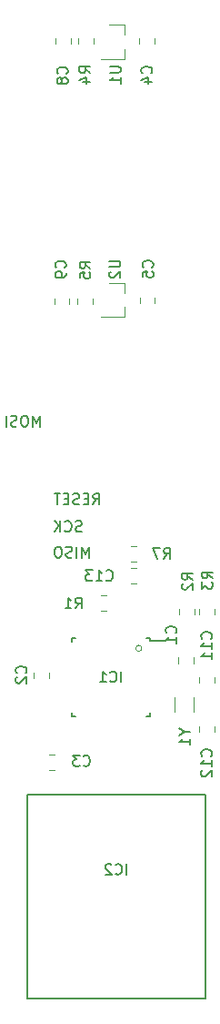
<source format=gbo>
G04 #@! TF.GenerationSoftware,KiCad,Pcbnew,(5.1.5)-3*
G04 #@! TF.CreationDate,2020-04-21T12:57:46+02:00*
G04 #@! TF.ProjectId,RHS_3_Simple,5248535f-335f-4536-996d-706c652e6b69,rev?*
G04 #@! TF.SameCoordinates,Original*
G04 #@! TF.FileFunction,Legend,Bot*
G04 #@! TF.FilePolarity,Positive*
%FSLAX46Y46*%
G04 Gerber Fmt 4.6, Leading zero omitted, Abs format (unit mm)*
G04 Created by KiCad (PCBNEW (5.1.5)-3) date 2020-04-21 12:57:46*
%MOMM*%
%LPD*%
G04 APERTURE LIST*
%ADD10C,0.120000*%
%ADD11C,0.150000*%
G04 APERTURE END LIST*
D10*
X102391981Y-144399000D02*
G75*
G03X102391981Y-144399000I-283981J0D01*
G01*
D11*
X92884428Y-123769380D02*
X92884428Y-122769380D01*
X92551095Y-123483666D01*
X92217761Y-122769380D01*
X92217761Y-123769380D01*
X91551095Y-122769380D02*
X91360619Y-122769380D01*
X91265380Y-122817000D01*
X91170142Y-122912238D01*
X91122523Y-123102714D01*
X91122523Y-123436047D01*
X91170142Y-123626523D01*
X91265380Y-123721761D01*
X91360619Y-123769380D01*
X91551095Y-123769380D01*
X91646333Y-123721761D01*
X91741571Y-123626523D01*
X91789190Y-123436047D01*
X91789190Y-123102714D01*
X91741571Y-122912238D01*
X91646333Y-122817000D01*
X91551095Y-122769380D01*
X90741571Y-123721761D02*
X90598714Y-123769380D01*
X90360619Y-123769380D01*
X90265380Y-123721761D01*
X90217761Y-123674142D01*
X90170142Y-123578904D01*
X90170142Y-123483666D01*
X90217761Y-123388428D01*
X90265380Y-123340809D01*
X90360619Y-123293190D01*
X90551095Y-123245571D01*
X90646333Y-123197952D01*
X90693952Y-123150333D01*
X90741571Y-123055095D01*
X90741571Y-122959857D01*
X90693952Y-122864619D01*
X90646333Y-122817000D01*
X90551095Y-122769380D01*
X90313000Y-122769380D01*
X90170142Y-122817000D01*
X89741571Y-123769380D02*
X89741571Y-122769380D01*
X97845380Y-131008380D02*
X98178714Y-130532190D01*
X98416809Y-131008380D02*
X98416809Y-130008380D01*
X98035857Y-130008380D01*
X97940619Y-130056000D01*
X97893000Y-130103619D01*
X97845380Y-130198857D01*
X97845380Y-130341714D01*
X97893000Y-130436952D01*
X97940619Y-130484571D01*
X98035857Y-130532190D01*
X98416809Y-130532190D01*
X97416809Y-130484571D02*
X97083476Y-130484571D01*
X96940619Y-131008380D02*
X97416809Y-131008380D01*
X97416809Y-130008380D01*
X96940619Y-130008380D01*
X96559666Y-130960761D02*
X96416809Y-131008380D01*
X96178714Y-131008380D01*
X96083476Y-130960761D01*
X96035857Y-130913142D01*
X95988238Y-130817904D01*
X95988238Y-130722666D01*
X96035857Y-130627428D01*
X96083476Y-130579809D01*
X96178714Y-130532190D01*
X96369190Y-130484571D01*
X96464428Y-130436952D01*
X96512047Y-130389333D01*
X96559666Y-130294095D01*
X96559666Y-130198857D01*
X96512047Y-130103619D01*
X96464428Y-130056000D01*
X96369190Y-130008380D01*
X96131095Y-130008380D01*
X95988238Y-130056000D01*
X95559666Y-130484571D02*
X95226333Y-130484571D01*
X95083476Y-131008380D02*
X95559666Y-131008380D01*
X95559666Y-130008380D01*
X95083476Y-130008380D01*
X94797761Y-130008380D02*
X94226333Y-130008380D01*
X94512047Y-131008380D02*
X94512047Y-130008380D01*
X96789714Y-133500761D02*
X96646857Y-133548380D01*
X96408761Y-133548380D01*
X96313523Y-133500761D01*
X96265904Y-133453142D01*
X96218285Y-133357904D01*
X96218285Y-133262666D01*
X96265904Y-133167428D01*
X96313523Y-133119809D01*
X96408761Y-133072190D01*
X96599238Y-133024571D01*
X96694476Y-132976952D01*
X96742095Y-132929333D01*
X96789714Y-132834095D01*
X96789714Y-132738857D01*
X96742095Y-132643619D01*
X96694476Y-132596000D01*
X96599238Y-132548380D01*
X96361142Y-132548380D01*
X96218285Y-132596000D01*
X95218285Y-133453142D02*
X95265904Y-133500761D01*
X95408761Y-133548380D01*
X95504000Y-133548380D01*
X95646857Y-133500761D01*
X95742095Y-133405523D01*
X95789714Y-133310285D01*
X95837333Y-133119809D01*
X95837333Y-132976952D01*
X95789714Y-132786476D01*
X95742095Y-132691238D01*
X95646857Y-132596000D01*
X95504000Y-132548380D01*
X95408761Y-132548380D01*
X95265904Y-132596000D01*
X95218285Y-132643619D01*
X94789714Y-133548380D02*
X94789714Y-132548380D01*
X94218285Y-133548380D02*
X94646857Y-132976952D01*
X94218285Y-132548380D02*
X94789714Y-133119809D01*
X97456428Y-135961380D02*
X97456428Y-134961380D01*
X97123095Y-135675666D01*
X96789761Y-134961380D01*
X96789761Y-135961380D01*
X96313571Y-135961380D02*
X96313571Y-134961380D01*
X95885000Y-135913761D02*
X95742142Y-135961380D01*
X95504047Y-135961380D01*
X95408809Y-135913761D01*
X95361190Y-135866142D01*
X95313571Y-135770904D01*
X95313571Y-135675666D01*
X95361190Y-135580428D01*
X95408809Y-135532809D01*
X95504047Y-135485190D01*
X95694523Y-135437571D01*
X95789761Y-135389952D01*
X95837380Y-135342333D01*
X95885000Y-135247095D01*
X95885000Y-135151857D01*
X95837380Y-135056619D01*
X95789761Y-135009000D01*
X95694523Y-134961380D01*
X95456428Y-134961380D01*
X95313571Y-135009000D01*
X94694523Y-134961380D02*
X94504047Y-134961380D01*
X94408809Y-135009000D01*
X94313571Y-135104238D01*
X94265952Y-135294714D01*
X94265952Y-135628047D01*
X94313571Y-135818523D01*
X94408809Y-135913761D01*
X94504047Y-135961380D01*
X94694523Y-135961380D01*
X94789761Y-135913761D01*
X94885000Y-135818523D01*
X94932619Y-135628047D01*
X94932619Y-135294714D01*
X94885000Y-135104238D01*
X94789761Y-135009000D01*
X94694523Y-134961380D01*
D10*
X98544748Y-139498000D02*
X99067252Y-139498000D01*
X98544748Y-140918000D02*
X99067252Y-140918000D01*
X107748000Y-147581252D02*
X107748000Y-147058748D01*
X109168000Y-147581252D02*
X109168000Y-147058748D01*
D11*
X103125000Y-143465000D02*
X103125000Y-143690000D01*
X95875000Y-143465000D02*
X95875000Y-143790000D01*
X95875000Y-150715000D02*
X95875000Y-150390000D01*
X103125000Y-150715000D02*
X103125000Y-150390000D01*
X103125000Y-143465000D02*
X102800000Y-143465000D01*
X103125000Y-150715000D02*
X102800000Y-150715000D01*
X95875000Y-150715000D02*
X96200000Y-150715000D01*
X95875000Y-143465000D02*
X96200000Y-143465000D01*
X103125000Y-143690000D02*
X104550000Y-143690000D01*
X91700000Y-177000000D02*
X91700000Y-158000000D01*
X108300000Y-177000000D02*
X91700000Y-177000000D01*
X108300000Y-158000000D02*
X108300000Y-177000000D01*
X91700000Y-158000000D02*
X108300000Y-158000000D01*
D10*
X105790000Y-145781252D02*
X105790000Y-145258748D01*
X107210000Y-145781252D02*
X107210000Y-145258748D01*
X93710000Y-147151252D02*
X93710000Y-146628748D01*
X92290000Y-147151252D02*
X92290000Y-146628748D01*
X93738748Y-154290000D02*
X94261252Y-154290000D01*
X93738748Y-155710000D02*
X94261252Y-155710000D01*
X107263000Y-141231252D02*
X107263000Y-140708748D01*
X105843000Y-141231252D02*
X105843000Y-140708748D01*
X107748000Y-141231252D02*
X107748000Y-140708748D01*
X109168000Y-141231252D02*
X109168000Y-140708748D01*
X96440000Y-88191252D02*
X96440000Y-87668748D01*
X97860000Y-88191252D02*
X97860000Y-87668748D01*
X97830000Y-112351252D02*
X97830000Y-111828748D01*
X96410000Y-112351252D02*
X96410000Y-111828748D01*
X100760000Y-86420000D02*
X100760000Y-87350000D01*
X100760000Y-89580000D02*
X100760000Y-88650000D01*
X100760000Y-89580000D02*
X98600000Y-89580000D01*
X100760000Y-86420000D02*
X99300000Y-86420000D01*
X100760000Y-110420000D02*
X100760000Y-111350000D01*
X100760000Y-113580000D02*
X100760000Y-112650000D01*
X100760000Y-113580000D02*
X98600000Y-113580000D01*
X100760000Y-110420000D02*
X99300000Y-110420000D01*
X102150000Y-88161252D02*
X102150000Y-87638748D01*
X103570000Y-88161252D02*
X103570000Y-87638748D01*
X103600000Y-112321252D02*
X103600000Y-111798748D01*
X102180000Y-112321252D02*
X102180000Y-111798748D01*
X94330000Y-87668748D02*
X94330000Y-88191252D01*
X95750000Y-87668748D02*
X95750000Y-88191252D01*
X95650000Y-111828748D02*
X95650000Y-112351252D01*
X94230000Y-111828748D02*
X94230000Y-112351252D01*
X107748000Y-151630748D02*
X107748000Y-152153252D01*
X109168000Y-151630748D02*
X109168000Y-152153252D01*
X105424000Y-150281000D02*
X105424000Y-148931000D01*
X107174000Y-150281000D02*
X107174000Y-148931000D01*
X101861252Y-136958000D02*
X101338748Y-136958000D01*
X101861252Y-138378000D02*
X101338748Y-138378000D01*
X101338748Y-136346000D02*
X101861252Y-136346000D01*
X101338748Y-134926000D02*
X101861252Y-134926000D01*
D11*
X96192666Y-140690380D02*
X96526000Y-140214190D01*
X96764095Y-140690380D02*
X96764095Y-139690380D01*
X96383142Y-139690380D01*
X96287904Y-139738000D01*
X96240285Y-139785619D01*
X96192666Y-139880857D01*
X96192666Y-140023714D01*
X96240285Y-140118952D01*
X96287904Y-140166571D01*
X96383142Y-140214190D01*
X96764095Y-140214190D01*
X95240285Y-140690380D02*
X95811714Y-140690380D01*
X95526000Y-140690380D02*
X95526000Y-139690380D01*
X95621238Y-139833238D01*
X95716476Y-139928476D01*
X95811714Y-139976095D01*
X108815142Y-143502142D02*
X108862761Y-143454523D01*
X108910380Y-143311666D01*
X108910380Y-143216428D01*
X108862761Y-143073571D01*
X108767523Y-142978333D01*
X108672285Y-142930714D01*
X108481809Y-142883095D01*
X108338952Y-142883095D01*
X108148476Y-142930714D01*
X108053238Y-142978333D01*
X107958000Y-143073571D01*
X107910380Y-143216428D01*
X107910380Y-143311666D01*
X107958000Y-143454523D01*
X108005619Y-143502142D01*
X108910380Y-144454523D02*
X108910380Y-143883095D01*
X108910380Y-144168809D02*
X107910380Y-144168809D01*
X108053238Y-144073571D01*
X108148476Y-143978333D01*
X108196095Y-143883095D01*
X108910380Y-145406904D02*
X108910380Y-144835476D01*
X108910380Y-145121190D02*
X107910380Y-145121190D01*
X108053238Y-145025952D01*
X108148476Y-144930714D01*
X108196095Y-144835476D01*
X100476190Y-147542380D02*
X100476190Y-146542380D01*
X99428571Y-147447142D02*
X99476190Y-147494761D01*
X99619047Y-147542380D01*
X99714285Y-147542380D01*
X99857142Y-147494761D01*
X99952380Y-147399523D01*
X100000000Y-147304285D01*
X100047619Y-147113809D01*
X100047619Y-146970952D01*
X100000000Y-146780476D01*
X99952380Y-146685238D01*
X99857142Y-146590000D01*
X99714285Y-146542380D01*
X99619047Y-146542380D01*
X99476190Y-146590000D01*
X99428571Y-146637619D01*
X98476190Y-147542380D02*
X99047619Y-147542380D01*
X98761904Y-147542380D02*
X98761904Y-146542380D01*
X98857142Y-146685238D01*
X98952380Y-146780476D01*
X99047619Y-146828095D01*
X100976190Y-165452380D02*
X100976190Y-164452380D01*
X99928571Y-165357142D02*
X99976190Y-165404761D01*
X100119047Y-165452380D01*
X100214285Y-165452380D01*
X100357142Y-165404761D01*
X100452380Y-165309523D01*
X100500000Y-165214285D01*
X100547619Y-165023809D01*
X100547619Y-164880952D01*
X100500000Y-164690476D01*
X100452380Y-164595238D01*
X100357142Y-164500000D01*
X100214285Y-164452380D01*
X100119047Y-164452380D01*
X99976190Y-164500000D01*
X99928571Y-164547619D01*
X99547619Y-164547619D02*
X99500000Y-164500000D01*
X99404761Y-164452380D01*
X99166666Y-164452380D01*
X99071428Y-164500000D01*
X99023809Y-164547619D01*
X98976190Y-164642857D01*
X98976190Y-164738095D01*
X99023809Y-164880952D01*
X99595238Y-165452380D01*
X98976190Y-165452380D01*
X105513142Y-142962333D02*
X105560761Y-142914714D01*
X105608380Y-142771857D01*
X105608380Y-142676619D01*
X105560761Y-142533761D01*
X105465523Y-142438523D01*
X105370285Y-142390904D01*
X105179809Y-142343285D01*
X105036952Y-142343285D01*
X104846476Y-142390904D01*
X104751238Y-142438523D01*
X104656000Y-142533761D01*
X104608380Y-142676619D01*
X104608380Y-142771857D01*
X104656000Y-142914714D01*
X104703619Y-142962333D01*
X105608380Y-143914714D02*
X105608380Y-143343285D01*
X105608380Y-143629000D02*
X104608380Y-143629000D01*
X104751238Y-143533761D01*
X104846476Y-143438523D01*
X104894095Y-143343285D01*
X91557142Y-146698333D02*
X91604761Y-146650714D01*
X91652380Y-146507857D01*
X91652380Y-146412619D01*
X91604761Y-146269761D01*
X91509523Y-146174523D01*
X91414285Y-146126904D01*
X91223809Y-146079285D01*
X91080952Y-146079285D01*
X90890476Y-146126904D01*
X90795238Y-146174523D01*
X90700000Y-146269761D01*
X90652380Y-146412619D01*
X90652380Y-146507857D01*
X90700000Y-146650714D01*
X90747619Y-146698333D01*
X90747619Y-147079285D02*
X90700000Y-147126904D01*
X90652380Y-147222142D01*
X90652380Y-147460238D01*
X90700000Y-147555476D01*
X90747619Y-147603095D01*
X90842857Y-147650714D01*
X90938095Y-147650714D01*
X91080952Y-147603095D01*
X91652380Y-147031666D01*
X91652380Y-147650714D01*
X96941666Y-155257142D02*
X96989285Y-155304761D01*
X97132142Y-155352380D01*
X97227380Y-155352380D01*
X97370238Y-155304761D01*
X97465476Y-155209523D01*
X97513095Y-155114285D01*
X97560714Y-154923809D01*
X97560714Y-154780952D01*
X97513095Y-154590476D01*
X97465476Y-154495238D01*
X97370238Y-154400000D01*
X97227380Y-154352380D01*
X97132142Y-154352380D01*
X96989285Y-154400000D01*
X96941666Y-154447619D01*
X96608333Y-154352380D02*
X95989285Y-154352380D01*
X96322619Y-154733333D01*
X96179761Y-154733333D01*
X96084523Y-154780952D01*
X96036904Y-154828571D01*
X95989285Y-154923809D01*
X95989285Y-155161904D01*
X96036904Y-155257142D01*
X96084523Y-155304761D01*
X96179761Y-155352380D01*
X96465476Y-155352380D01*
X96560714Y-155304761D01*
X96608333Y-155257142D01*
X107132380Y-138009333D02*
X106656190Y-137676000D01*
X107132380Y-137437904D02*
X106132380Y-137437904D01*
X106132380Y-137818857D01*
X106180000Y-137914095D01*
X106227619Y-137961714D01*
X106322857Y-138009333D01*
X106465714Y-138009333D01*
X106560952Y-137961714D01*
X106608571Y-137914095D01*
X106656190Y-137818857D01*
X106656190Y-137437904D01*
X106227619Y-138390285D02*
X106180000Y-138437904D01*
X106132380Y-138533142D01*
X106132380Y-138771238D01*
X106180000Y-138866476D01*
X106227619Y-138914095D01*
X106322857Y-138961714D01*
X106418095Y-138961714D01*
X106560952Y-138914095D01*
X107132380Y-138342666D01*
X107132380Y-138961714D01*
X108970380Y-137883333D02*
X108494190Y-137550000D01*
X108970380Y-137311904D02*
X107970380Y-137311904D01*
X107970380Y-137692857D01*
X108018000Y-137788095D01*
X108065619Y-137835714D01*
X108160857Y-137883333D01*
X108303714Y-137883333D01*
X108398952Y-137835714D01*
X108446571Y-137788095D01*
X108494190Y-137692857D01*
X108494190Y-137311904D01*
X107970380Y-138216666D02*
X107970380Y-138835714D01*
X108351333Y-138502380D01*
X108351333Y-138645238D01*
X108398952Y-138740476D01*
X108446571Y-138788095D01*
X108541809Y-138835714D01*
X108779904Y-138835714D01*
X108875142Y-138788095D01*
X108922761Y-138740476D01*
X108970380Y-138645238D01*
X108970380Y-138359523D01*
X108922761Y-138264285D01*
X108875142Y-138216666D01*
X97582380Y-90883333D02*
X97106190Y-90550000D01*
X97582380Y-90311904D02*
X96582380Y-90311904D01*
X96582380Y-90692857D01*
X96630000Y-90788095D01*
X96677619Y-90835714D01*
X96772857Y-90883333D01*
X96915714Y-90883333D01*
X97010952Y-90835714D01*
X97058571Y-90788095D01*
X97106190Y-90692857D01*
X97106190Y-90311904D01*
X96915714Y-91740476D02*
X97582380Y-91740476D01*
X96534761Y-91502380D02*
X97249047Y-91264285D01*
X97249047Y-91883333D01*
X97592380Y-109043333D02*
X97116190Y-108710000D01*
X97592380Y-108471904D02*
X96592380Y-108471904D01*
X96592380Y-108852857D01*
X96640000Y-108948095D01*
X96687619Y-108995714D01*
X96782857Y-109043333D01*
X96925714Y-109043333D01*
X97020952Y-108995714D01*
X97068571Y-108948095D01*
X97116190Y-108852857D01*
X97116190Y-108471904D01*
X96592380Y-109948095D02*
X96592380Y-109471904D01*
X97068571Y-109424285D01*
X97020952Y-109471904D01*
X96973333Y-109567142D01*
X96973333Y-109805238D01*
X97020952Y-109900476D01*
X97068571Y-109948095D01*
X97163809Y-109995714D01*
X97401904Y-109995714D01*
X97497142Y-109948095D01*
X97544761Y-109900476D01*
X97592380Y-109805238D01*
X97592380Y-109567142D01*
X97544761Y-109471904D01*
X97497142Y-109424285D01*
X99402380Y-90288095D02*
X100211904Y-90288095D01*
X100307142Y-90335714D01*
X100354761Y-90383333D01*
X100402380Y-90478571D01*
X100402380Y-90669047D01*
X100354761Y-90764285D01*
X100307142Y-90811904D01*
X100211904Y-90859523D01*
X99402380Y-90859523D01*
X100402380Y-91859523D02*
X100402380Y-91288095D01*
X100402380Y-91573809D02*
X99402380Y-91573809D01*
X99545238Y-91478571D01*
X99640476Y-91383333D01*
X99688095Y-91288095D01*
X99372380Y-108368095D02*
X100181904Y-108368095D01*
X100277142Y-108415714D01*
X100324761Y-108463333D01*
X100372380Y-108558571D01*
X100372380Y-108749047D01*
X100324761Y-108844285D01*
X100277142Y-108891904D01*
X100181904Y-108939523D01*
X99372380Y-108939523D01*
X99467619Y-109368095D02*
X99420000Y-109415714D01*
X99372380Y-109510952D01*
X99372380Y-109749047D01*
X99420000Y-109844285D01*
X99467619Y-109891904D01*
X99562857Y-109939523D01*
X99658095Y-109939523D01*
X99800952Y-109891904D01*
X100372380Y-109320476D01*
X100372380Y-109939523D01*
X103237142Y-90893333D02*
X103284761Y-90845714D01*
X103332380Y-90702857D01*
X103332380Y-90607619D01*
X103284761Y-90464761D01*
X103189523Y-90369523D01*
X103094285Y-90321904D01*
X102903809Y-90274285D01*
X102760952Y-90274285D01*
X102570476Y-90321904D01*
X102475238Y-90369523D01*
X102380000Y-90464761D01*
X102332380Y-90607619D01*
X102332380Y-90702857D01*
X102380000Y-90845714D01*
X102427619Y-90893333D01*
X102665714Y-91750476D02*
X103332380Y-91750476D01*
X102284761Y-91512380D02*
X102999047Y-91274285D01*
X102999047Y-91893333D01*
X103357142Y-108953333D02*
X103404761Y-108905714D01*
X103452380Y-108762857D01*
X103452380Y-108667619D01*
X103404761Y-108524761D01*
X103309523Y-108429523D01*
X103214285Y-108381904D01*
X103023809Y-108334285D01*
X102880952Y-108334285D01*
X102690476Y-108381904D01*
X102595238Y-108429523D01*
X102500000Y-108524761D01*
X102452380Y-108667619D01*
X102452380Y-108762857D01*
X102500000Y-108905714D01*
X102547619Y-108953333D01*
X102452380Y-109858095D02*
X102452380Y-109381904D01*
X102928571Y-109334285D01*
X102880952Y-109381904D01*
X102833333Y-109477142D01*
X102833333Y-109715238D01*
X102880952Y-109810476D01*
X102928571Y-109858095D01*
X103023809Y-109905714D01*
X103261904Y-109905714D01*
X103357142Y-109858095D01*
X103404761Y-109810476D01*
X103452380Y-109715238D01*
X103452380Y-109477142D01*
X103404761Y-109381904D01*
X103357142Y-109334285D01*
X95397142Y-90943333D02*
X95444761Y-90895714D01*
X95492380Y-90752857D01*
X95492380Y-90657619D01*
X95444761Y-90514761D01*
X95349523Y-90419523D01*
X95254285Y-90371904D01*
X95063809Y-90324285D01*
X94920952Y-90324285D01*
X94730476Y-90371904D01*
X94635238Y-90419523D01*
X94540000Y-90514761D01*
X94492380Y-90657619D01*
X94492380Y-90752857D01*
X94540000Y-90895714D01*
X94587619Y-90943333D01*
X94920952Y-91514761D02*
X94873333Y-91419523D01*
X94825714Y-91371904D01*
X94730476Y-91324285D01*
X94682857Y-91324285D01*
X94587619Y-91371904D01*
X94540000Y-91419523D01*
X94492380Y-91514761D01*
X94492380Y-91705238D01*
X94540000Y-91800476D01*
X94587619Y-91848095D01*
X94682857Y-91895714D01*
X94730476Y-91895714D01*
X94825714Y-91848095D01*
X94873333Y-91800476D01*
X94920952Y-91705238D01*
X94920952Y-91514761D01*
X94968571Y-91419523D01*
X95016190Y-91371904D01*
X95111428Y-91324285D01*
X95301904Y-91324285D01*
X95397142Y-91371904D01*
X95444761Y-91419523D01*
X95492380Y-91514761D01*
X95492380Y-91705238D01*
X95444761Y-91800476D01*
X95397142Y-91848095D01*
X95301904Y-91895714D01*
X95111428Y-91895714D01*
X95016190Y-91848095D01*
X94968571Y-91800476D01*
X94920952Y-91705238D01*
X95227142Y-108983333D02*
X95274761Y-108935714D01*
X95322380Y-108792857D01*
X95322380Y-108697619D01*
X95274761Y-108554761D01*
X95179523Y-108459523D01*
X95084285Y-108411904D01*
X94893809Y-108364285D01*
X94750952Y-108364285D01*
X94560476Y-108411904D01*
X94465238Y-108459523D01*
X94370000Y-108554761D01*
X94322380Y-108697619D01*
X94322380Y-108792857D01*
X94370000Y-108935714D01*
X94417619Y-108983333D01*
X95322380Y-109459523D02*
X95322380Y-109650000D01*
X95274761Y-109745238D01*
X95227142Y-109792857D01*
X95084285Y-109888095D01*
X94893809Y-109935714D01*
X94512857Y-109935714D01*
X94417619Y-109888095D01*
X94370000Y-109840476D01*
X94322380Y-109745238D01*
X94322380Y-109554761D01*
X94370000Y-109459523D01*
X94417619Y-109411904D01*
X94512857Y-109364285D01*
X94750952Y-109364285D01*
X94846190Y-109411904D01*
X94893809Y-109459523D01*
X94941428Y-109554761D01*
X94941428Y-109745238D01*
X94893809Y-109840476D01*
X94846190Y-109888095D01*
X94750952Y-109935714D01*
X108815142Y-154424142D02*
X108862761Y-154376523D01*
X108910380Y-154233666D01*
X108910380Y-154138428D01*
X108862761Y-153995571D01*
X108767523Y-153900333D01*
X108672285Y-153852714D01*
X108481809Y-153805095D01*
X108338952Y-153805095D01*
X108148476Y-153852714D01*
X108053238Y-153900333D01*
X107958000Y-153995571D01*
X107910380Y-154138428D01*
X107910380Y-154233666D01*
X107958000Y-154376523D01*
X108005619Y-154424142D01*
X108910380Y-155376523D02*
X108910380Y-154805095D01*
X108910380Y-155090809D02*
X107910380Y-155090809D01*
X108053238Y-154995571D01*
X108148476Y-154900333D01*
X108196095Y-154805095D01*
X108005619Y-155757476D02*
X107958000Y-155805095D01*
X107910380Y-155900333D01*
X107910380Y-156138428D01*
X107958000Y-156233666D01*
X108005619Y-156281285D01*
X108100857Y-156328904D01*
X108196095Y-156328904D01*
X108338952Y-156281285D01*
X108910380Y-155709857D01*
X108910380Y-156328904D01*
X106395190Y-152199809D02*
X106871380Y-152199809D01*
X105871380Y-151866476D02*
X106395190Y-152199809D01*
X105871380Y-152533142D01*
X106871380Y-153390285D02*
X106871380Y-152818857D01*
X106871380Y-153104571D02*
X105871380Y-153104571D01*
X106014238Y-153009333D01*
X106109476Y-152914095D01*
X106157095Y-152818857D01*
X99067857Y-138025142D02*
X99115476Y-138072761D01*
X99258333Y-138120380D01*
X99353571Y-138120380D01*
X99496428Y-138072761D01*
X99591666Y-137977523D01*
X99639285Y-137882285D01*
X99686904Y-137691809D01*
X99686904Y-137548952D01*
X99639285Y-137358476D01*
X99591666Y-137263238D01*
X99496428Y-137168000D01*
X99353571Y-137120380D01*
X99258333Y-137120380D01*
X99115476Y-137168000D01*
X99067857Y-137215619D01*
X98115476Y-138120380D02*
X98686904Y-138120380D01*
X98401190Y-138120380D02*
X98401190Y-137120380D01*
X98496428Y-137263238D01*
X98591666Y-137358476D01*
X98686904Y-137406095D01*
X97782142Y-137120380D02*
X97163095Y-137120380D01*
X97496428Y-137501333D01*
X97353571Y-137501333D01*
X97258333Y-137548952D01*
X97210714Y-137596571D01*
X97163095Y-137691809D01*
X97163095Y-137929904D01*
X97210714Y-138025142D01*
X97258333Y-138072761D01*
X97353571Y-138120380D01*
X97639285Y-138120380D01*
X97734523Y-138072761D01*
X97782142Y-138025142D01*
X104433666Y-136088380D02*
X104767000Y-135612190D01*
X105005095Y-136088380D02*
X105005095Y-135088380D01*
X104624142Y-135088380D01*
X104528904Y-135136000D01*
X104481285Y-135183619D01*
X104433666Y-135278857D01*
X104433666Y-135421714D01*
X104481285Y-135516952D01*
X104528904Y-135564571D01*
X104624142Y-135612190D01*
X105005095Y-135612190D01*
X104100333Y-135088380D02*
X103433666Y-135088380D01*
X103862238Y-136088380D01*
M02*

</source>
